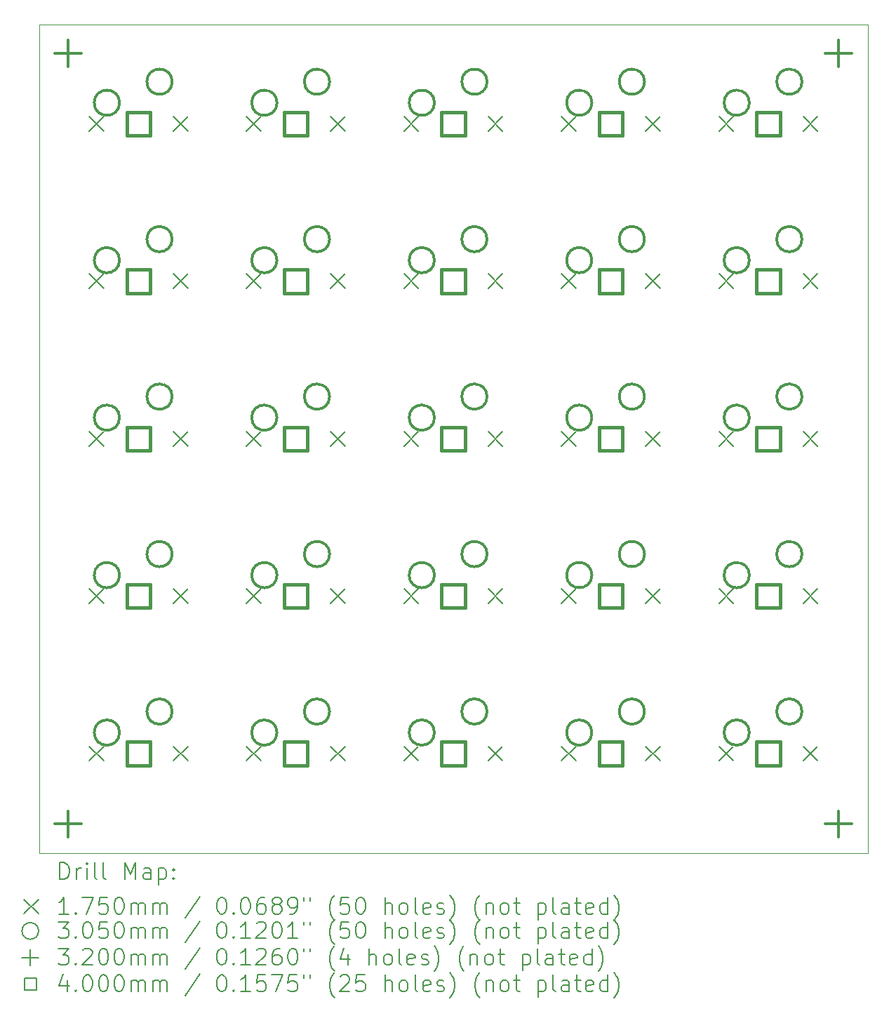
<source format=gbr>
%FSLAX45Y45*%
G04 Gerber Fmt 4.5, Leading zero omitted, Abs format (unit mm)*
G04 Created by KiCad (PCBNEW (6.0.5)) date 2022-06-26 21:28:01*
%MOMM*%
%LPD*%
G01*
G04 APERTURE LIST*
%TA.AperFunction,Profile*%
%ADD10C,0.100000*%
%TD*%
%ADD11C,0.200000*%
%ADD12C,0.175000*%
%ADD13C,0.305000*%
%ADD14C,0.320000*%
%ADD15C,0.400000*%
G04 APERTURE END LIST*
D10*
X3600000Y-3800000D02*
X13600000Y-3800000D01*
X3600000Y-13800000D02*
X3600000Y-3800000D01*
X13600000Y-13800000D02*
X3600000Y-13800000D01*
X13600000Y-3800000D02*
X13600000Y-13800000D01*
D11*
D12*
X4204500Y-4912500D02*
X4379500Y-5087500D01*
X4379500Y-4912500D02*
X4204500Y-5087500D01*
X4204500Y-6812500D02*
X4379500Y-6987500D01*
X4379500Y-6812500D02*
X4204500Y-6987500D01*
X4204500Y-8712500D02*
X4379500Y-8887500D01*
X4379500Y-8712500D02*
X4204500Y-8887500D01*
X4204500Y-10612500D02*
X4379500Y-10787500D01*
X4379500Y-10612500D02*
X4204500Y-10787500D01*
X4204500Y-12512500D02*
X4379500Y-12687500D01*
X4379500Y-12512500D02*
X4204500Y-12687500D01*
X5220500Y-4912500D02*
X5395500Y-5087500D01*
X5395500Y-4912500D02*
X5220500Y-5087500D01*
X5220500Y-6812500D02*
X5395500Y-6987500D01*
X5395500Y-6812500D02*
X5220500Y-6987500D01*
X5220500Y-8712500D02*
X5395500Y-8887500D01*
X5395500Y-8712500D02*
X5220500Y-8887500D01*
X5220500Y-10612500D02*
X5395500Y-10787500D01*
X5395500Y-10612500D02*
X5220500Y-10787500D01*
X5220500Y-12512500D02*
X5395500Y-12687500D01*
X5395500Y-12512500D02*
X5220500Y-12687500D01*
X6104500Y-4912500D02*
X6279500Y-5087500D01*
X6279500Y-4912500D02*
X6104500Y-5087500D01*
X6104500Y-6812500D02*
X6279500Y-6987500D01*
X6279500Y-6812500D02*
X6104500Y-6987500D01*
X6104500Y-8712500D02*
X6279500Y-8887500D01*
X6279500Y-8712500D02*
X6104500Y-8887500D01*
X6104500Y-10612500D02*
X6279500Y-10787500D01*
X6279500Y-10612500D02*
X6104500Y-10787500D01*
X6104500Y-12512500D02*
X6279500Y-12687500D01*
X6279500Y-12512500D02*
X6104500Y-12687500D01*
X7120500Y-4912500D02*
X7295500Y-5087500D01*
X7295500Y-4912500D02*
X7120500Y-5087500D01*
X7120500Y-6812500D02*
X7295500Y-6987500D01*
X7295500Y-6812500D02*
X7120500Y-6987500D01*
X7120500Y-8712500D02*
X7295500Y-8887500D01*
X7295500Y-8712500D02*
X7120500Y-8887500D01*
X7120500Y-10612500D02*
X7295500Y-10787500D01*
X7295500Y-10612500D02*
X7120500Y-10787500D01*
X7120500Y-12512500D02*
X7295500Y-12687500D01*
X7295500Y-12512500D02*
X7120500Y-12687500D01*
X8004500Y-4912500D02*
X8179500Y-5087500D01*
X8179500Y-4912500D02*
X8004500Y-5087500D01*
X8004500Y-6812500D02*
X8179500Y-6987500D01*
X8179500Y-6812500D02*
X8004500Y-6987500D01*
X8004500Y-8712500D02*
X8179500Y-8887500D01*
X8179500Y-8712500D02*
X8004500Y-8887500D01*
X8004500Y-10612500D02*
X8179500Y-10787500D01*
X8179500Y-10612500D02*
X8004500Y-10787500D01*
X8004500Y-12512500D02*
X8179500Y-12687500D01*
X8179500Y-12512500D02*
X8004500Y-12687500D01*
X9020500Y-4912500D02*
X9195500Y-5087500D01*
X9195500Y-4912500D02*
X9020500Y-5087500D01*
X9020500Y-6812500D02*
X9195500Y-6987500D01*
X9195500Y-6812500D02*
X9020500Y-6987500D01*
X9020500Y-8712500D02*
X9195500Y-8887500D01*
X9195500Y-8712500D02*
X9020500Y-8887500D01*
X9020500Y-10612500D02*
X9195500Y-10787500D01*
X9195500Y-10612500D02*
X9020500Y-10787500D01*
X9020500Y-12512500D02*
X9195500Y-12687500D01*
X9195500Y-12512500D02*
X9020500Y-12687500D01*
X9904500Y-4912500D02*
X10079500Y-5087500D01*
X10079500Y-4912500D02*
X9904500Y-5087500D01*
X9904500Y-6812500D02*
X10079500Y-6987500D01*
X10079500Y-6812500D02*
X9904500Y-6987500D01*
X9904500Y-8712500D02*
X10079500Y-8887500D01*
X10079500Y-8712500D02*
X9904500Y-8887500D01*
X9904500Y-10612500D02*
X10079500Y-10787500D01*
X10079500Y-10612500D02*
X9904500Y-10787500D01*
X9904500Y-12512500D02*
X10079500Y-12687500D01*
X10079500Y-12512500D02*
X9904500Y-12687500D01*
X10920500Y-4912500D02*
X11095500Y-5087500D01*
X11095500Y-4912500D02*
X10920500Y-5087500D01*
X10920500Y-6812500D02*
X11095500Y-6987500D01*
X11095500Y-6812500D02*
X10920500Y-6987500D01*
X10920500Y-8712500D02*
X11095500Y-8887500D01*
X11095500Y-8712500D02*
X10920500Y-8887500D01*
X10920500Y-10612500D02*
X11095500Y-10787500D01*
X11095500Y-10612500D02*
X10920500Y-10787500D01*
X10920500Y-12512500D02*
X11095500Y-12687500D01*
X11095500Y-12512500D02*
X10920500Y-12687500D01*
X11804500Y-4912500D02*
X11979500Y-5087500D01*
X11979500Y-4912500D02*
X11804500Y-5087500D01*
X11804500Y-6812500D02*
X11979500Y-6987500D01*
X11979500Y-6812500D02*
X11804500Y-6987500D01*
X11804500Y-8712500D02*
X11979500Y-8887500D01*
X11979500Y-8712500D02*
X11804500Y-8887500D01*
X11804500Y-10612500D02*
X11979500Y-10787500D01*
X11979500Y-10612500D02*
X11804500Y-10787500D01*
X11804500Y-12512500D02*
X11979500Y-12687500D01*
X11979500Y-12512500D02*
X11804500Y-12687500D01*
X12820500Y-4912500D02*
X12995500Y-5087500D01*
X12995500Y-4912500D02*
X12820500Y-5087500D01*
X12820500Y-6812500D02*
X12995500Y-6987500D01*
X12995500Y-6812500D02*
X12820500Y-6987500D01*
X12820500Y-8712500D02*
X12995500Y-8887500D01*
X12995500Y-8712500D02*
X12820500Y-8887500D01*
X12820500Y-10612500D02*
X12995500Y-10787500D01*
X12995500Y-10612500D02*
X12820500Y-10787500D01*
X12820500Y-12512500D02*
X12995500Y-12687500D01*
X12995500Y-12512500D02*
X12820500Y-12687500D01*
D13*
X4571500Y-4746000D02*
G75*
G03*
X4571500Y-4746000I-152500J0D01*
G01*
X4571500Y-6646000D02*
G75*
G03*
X4571500Y-6646000I-152500J0D01*
G01*
X4571500Y-8546000D02*
G75*
G03*
X4571500Y-8546000I-152500J0D01*
G01*
X4571500Y-10446000D02*
G75*
G03*
X4571500Y-10446000I-152500J0D01*
G01*
X4571500Y-12346000D02*
G75*
G03*
X4571500Y-12346000I-152500J0D01*
G01*
X5206500Y-4492000D02*
G75*
G03*
X5206500Y-4492000I-152500J0D01*
G01*
X5206500Y-6392000D02*
G75*
G03*
X5206500Y-6392000I-152500J0D01*
G01*
X5206500Y-8292000D02*
G75*
G03*
X5206500Y-8292000I-152500J0D01*
G01*
X5206500Y-10192000D02*
G75*
G03*
X5206500Y-10192000I-152500J0D01*
G01*
X5206500Y-12092000D02*
G75*
G03*
X5206500Y-12092000I-152500J0D01*
G01*
X6471500Y-4746000D02*
G75*
G03*
X6471500Y-4746000I-152500J0D01*
G01*
X6471500Y-6646000D02*
G75*
G03*
X6471500Y-6646000I-152500J0D01*
G01*
X6471500Y-8546000D02*
G75*
G03*
X6471500Y-8546000I-152500J0D01*
G01*
X6471500Y-10446000D02*
G75*
G03*
X6471500Y-10446000I-152500J0D01*
G01*
X6471500Y-12346000D02*
G75*
G03*
X6471500Y-12346000I-152500J0D01*
G01*
X7106500Y-4492000D02*
G75*
G03*
X7106500Y-4492000I-152500J0D01*
G01*
X7106500Y-6392000D02*
G75*
G03*
X7106500Y-6392000I-152500J0D01*
G01*
X7106500Y-8292000D02*
G75*
G03*
X7106500Y-8292000I-152500J0D01*
G01*
X7106500Y-10192000D02*
G75*
G03*
X7106500Y-10192000I-152500J0D01*
G01*
X7106500Y-12092000D02*
G75*
G03*
X7106500Y-12092000I-152500J0D01*
G01*
X8371500Y-4746000D02*
G75*
G03*
X8371500Y-4746000I-152500J0D01*
G01*
X8371500Y-6646000D02*
G75*
G03*
X8371500Y-6646000I-152500J0D01*
G01*
X8371500Y-8546000D02*
G75*
G03*
X8371500Y-8546000I-152500J0D01*
G01*
X8371500Y-10446000D02*
G75*
G03*
X8371500Y-10446000I-152500J0D01*
G01*
X8371500Y-12346000D02*
G75*
G03*
X8371500Y-12346000I-152500J0D01*
G01*
X9006500Y-4492000D02*
G75*
G03*
X9006500Y-4492000I-152500J0D01*
G01*
X9006500Y-6392000D02*
G75*
G03*
X9006500Y-6392000I-152500J0D01*
G01*
X9006500Y-8292000D02*
G75*
G03*
X9006500Y-8292000I-152500J0D01*
G01*
X9006500Y-10192000D02*
G75*
G03*
X9006500Y-10192000I-152500J0D01*
G01*
X9006500Y-12092000D02*
G75*
G03*
X9006500Y-12092000I-152500J0D01*
G01*
X10271500Y-4746000D02*
G75*
G03*
X10271500Y-4746000I-152500J0D01*
G01*
X10271500Y-6646000D02*
G75*
G03*
X10271500Y-6646000I-152500J0D01*
G01*
X10271500Y-8546000D02*
G75*
G03*
X10271500Y-8546000I-152500J0D01*
G01*
X10271500Y-10446000D02*
G75*
G03*
X10271500Y-10446000I-152500J0D01*
G01*
X10271500Y-12346000D02*
G75*
G03*
X10271500Y-12346000I-152500J0D01*
G01*
X10906500Y-4492000D02*
G75*
G03*
X10906500Y-4492000I-152500J0D01*
G01*
X10906500Y-6392000D02*
G75*
G03*
X10906500Y-6392000I-152500J0D01*
G01*
X10906500Y-8292000D02*
G75*
G03*
X10906500Y-8292000I-152500J0D01*
G01*
X10906500Y-10192000D02*
G75*
G03*
X10906500Y-10192000I-152500J0D01*
G01*
X10906500Y-12092000D02*
G75*
G03*
X10906500Y-12092000I-152500J0D01*
G01*
X12171500Y-4746000D02*
G75*
G03*
X12171500Y-4746000I-152500J0D01*
G01*
X12171500Y-6646000D02*
G75*
G03*
X12171500Y-6646000I-152500J0D01*
G01*
X12171500Y-8546000D02*
G75*
G03*
X12171500Y-8546000I-152500J0D01*
G01*
X12171500Y-10446000D02*
G75*
G03*
X12171500Y-10446000I-152500J0D01*
G01*
X12171500Y-12346000D02*
G75*
G03*
X12171500Y-12346000I-152500J0D01*
G01*
X12806500Y-4492000D02*
G75*
G03*
X12806500Y-4492000I-152500J0D01*
G01*
X12806500Y-6392000D02*
G75*
G03*
X12806500Y-6392000I-152500J0D01*
G01*
X12806500Y-8292000D02*
G75*
G03*
X12806500Y-8292000I-152500J0D01*
G01*
X12806500Y-10192000D02*
G75*
G03*
X12806500Y-10192000I-152500J0D01*
G01*
X12806500Y-12092000D02*
G75*
G03*
X12806500Y-12092000I-152500J0D01*
G01*
D14*
X3950000Y-3990000D02*
X3950000Y-4310000D01*
X3790000Y-4150000D02*
X4110000Y-4150000D01*
X3950000Y-13290000D02*
X3950000Y-13610000D01*
X3790000Y-13450000D02*
X4110000Y-13450000D01*
X13250000Y-3990000D02*
X13250000Y-4310000D01*
X13090000Y-4150000D02*
X13410000Y-4150000D01*
X13250000Y-13290000D02*
X13250000Y-13610000D01*
X13090000Y-13450000D02*
X13410000Y-13450000D01*
D15*
X4941423Y-5141423D02*
X4941423Y-4858577D01*
X4658577Y-4858577D01*
X4658577Y-5141423D01*
X4941423Y-5141423D01*
X4941423Y-7041423D02*
X4941423Y-6758577D01*
X4658577Y-6758577D01*
X4658577Y-7041423D01*
X4941423Y-7041423D01*
X4941423Y-8941423D02*
X4941423Y-8658577D01*
X4658577Y-8658577D01*
X4658577Y-8941423D01*
X4941423Y-8941423D01*
X4941423Y-10841423D02*
X4941423Y-10558577D01*
X4658577Y-10558577D01*
X4658577Y-10841423D01*
X4941423Y-10841423D01*
X4941423Y-12741423D02*
X4941423Y-12458577D01*
X4658577Y-12458577D01*
X4658577Y-12741423D01*
X4941423Y-12741423D01*
X6841423Y-5141423D02*
X6841423Y-4858577D01*
X6558577Y-4858577D01*
X6558577Y-5141423D01*
X6841423Y-5141423D01*
X6841423Y-7041423D02*
X6841423Y-6758577D01*
X6558577Y-6758577D01*
X6558577Y-7041423D01*
X6841423Y-7041423D01*
X6841423Y-8941423D02*
X6841423Y-8658577D01*
X6558577Y-8658577D01*
X6558577Y-8941423D01*
X6841423Y-8941423D01*
X6841423Y-10841423D02*
X6841423Y-10558577D01*
X6558577Y-10558577D01*
X6558577Y-10841423D01*
X6841423Y-10841423D01*
X6841423Y-12741423D02*
X6841423Y-12458577D01*
X6558577Y-12458577D01*
X6558577Y-12741423D01*
X6841423Y-12741423D01*
X8741423Y-5141423D02*
X8741423Y-4858577D01*
X8458577Y-4858577D01*
X8458577Y-5141423D01*
X8741423Y-5141423D01*
X8741423Y-7041423D02*
X8741423Y-6758577D01*
X8458577Y-6758577D01*
X8458577Y-7041423D01*
X8741423Y-7041423D01*
X8741423Y-8941423D02*
X8741423Y-8658577D01*
X8458577Y-8658577D01*
X8458577Y-8941423D01*
X8741423Y-8941423D01*
X8741423Y-10841423D02*
X8741423Y-10558577D01*
X8458577Y-10558577D01*
X8458577Y-10841423D01*
X8741423Y-10841423D01*
X8741423Y-12741423D02*
X8741423Y-12458577D01*
X8458577Y-12458577D01*
X8458577Y-12741423D01*
X8741423Y-12741423D01*
X10641423Y-5141423D02*
X10641423Y-4858577D01*
X10358577Y-4858577D01*
X10358577Y-5141423D01*
X10641423Y-5141423D01*
X10641423Y-7041423D02*
X10641423Y-6758577D01*
X10358577Y-6758577D01*
X10358577Y-7041423D01*
X10641423Y-7041423D01*
X10641423Y-8941423D02*
X10641423Y-8658577D01*
X10358577Y-8658577D01*
X10358577Y-8941423D01*
X10641423Y-8941423D01*
X10641423Y-10841423D02*
X10641423Y-10558577D01*
X10358577Y-10558577D01*
X10358577Y-10841423D01*
X10641423Y-10841423D01*
X10641423Y-12741423D02*
X10641423Y-12458577D01*
X10358577Y-12458577D01*
X10358577Y-12741423D01*
X10641423Y-12741423D01*
X12541423Y-5141423D02*
X12541423Y-4858577D01*
X12258577Y-4858577D01*
X12258577Y-5141423D01*
X12541423Y-5141423D01*
X12541423Y-7041423D02*
X12541423Y-6758577D01*
X12258577Y-6758577D01*
X12258577Y-7041423D01*
X12541423Y-7041423D01*
X12541423Y-8941423D02*
X12541423Y-8658577D01*
X12258577Y-8658577D01*
X12258577Y-8941423D01*
X12541423Y-8941423D01*
X12541423Y-10841423D02*
X12541423Y-10558577D01*
X12258577Y-10558577D01*
X12258577Y-10841423D01*
X12541423Y-10841423D01*
X12541423Y-12741423D02*
X12541423Y-12458577D01*
X12258577Y-12458577D01*
X12258577Y-12741423D01*
X12541423Y-12741423D01*
D11*
X3852619Y-14115476D02*
X3852619Y-13915476D01*
X3900238Y-13915476D01*
X3928809Y-13925000D01*
X3947857Y-13944048D01*
X3957381Y-13963095D01*
X3966905Y-14001190D01*
X3966905Y-14029762D01*
X3957381Y-14067857D01*
X3947857Y-14086905D01*
X3928809Y-14105952D01*
X3900238Y-14115476D01*
X3852619Y-14115476D01*
X4052619Y-14115476D02*
X4052619Y-13982143D01*
X4052619Y-14020238D02*
X4062143Y-14001190D01*
X4071667Y-13991667D01*
X4090714Y-13982143D01*
X4109762Y-13982143D01*
X4176428Y-14115476D02*
X4176428Y-13982143D01*
X4176428Y-13915476D02*
X4166905Y-13925000D01*
X4176428Y-13934524D01*
X4185952Y-13925000D01*
X4176428Y-13915476D01*
X4176428Y-13934524D01*
X4300238Y-14115476D02*
X4281190Y-14105952D01*
X4271667Y-14086905D01*
X4271667Y-13915476D01*
X4405000Y-14115476D02*
X4385952Y-14105952D01*
X4376429Y-14086905D01*
X4376429Y-13915476D01*
X4633571Y-14115476D02*
X4633571Y-13915476D01*
X4700238Y-14058333D01*
X4766905Y-13915476D01*
X4766905Y-14115476D01*
X4947857Y-14115476D02*
X4947857Y-14010714D01*
X4938333Y-13991667D01*
X4919286Y-13982143D01*
X4881190Y-13982143D01*
X4862143Y-13991667D01*
X4947857Y-14105952D02*
X4928810Y-14115476D01*
X4881190Y-14115476D01*
X4862143Y-14105952D01*
X4852619Y-14086905D01*
X4852619Y-14067857D01*
X4862143Y-14048809D01*
X4881190Y-14039286D01*
X4928810Y-14039286D01*
X4947857Y-14029762D01*
X5043095Y-13982143D02*
X5043095Y-14182143D01*
X5043095Y-13991667D02*
X5062143Y-13982143D01*
X5100238Y-13982143D01*
X5119286Y-13991667D01*
X5128810Y-14001190D01*
X5138333Y-14020238D01*
X5138333Y-14077381D01*
X5128810Y-14096428D01*
X5119286Y-14105952D01*
X5100238Y-14115476D01*
X5062143Y-14115476D01*
X5043095Y-14105952D01*
X5224048Y-14096428D02*
X5233571Y-14105952D01*
X5224048Y-14115476D01*
X5214524Y-14105952D01*
X5224048Y-14096428D01*
X5224048Y-14115476D01*
X5224048Y-13991667D02*
X5233571Y-14001190D01*
X5224048Y-14010714D01*
X5214524Y-14001190D01*
X5224048Y-13991667D01*
X5224048Y-14010714D01*
D12*
X3420000Y-14357500D02*
X3595000Y-14532500D01*
X3595000Y-14357500D02*
X3420000Y-14532500D01*
D11*
X3957381Y-14535476D02*
X3843095Y-14535476D01*
X3900238Y-14535476D02*
X3900238Y-14335476D01*
X3881190Y-14364048D01*
X3862143Y-14383095D01*
X3843095Y-14392619D01*
X4043095Y-14516428D02*
X4052619Y-14525952D01*
X4043095Y-14535476D01*
X4033571Y-14525952D01*
X4043095Y-14516428D01*
X4043095Y-14535476D01*
X4119286Y-14335476D02*
X4252619Y-14335476D01*
X4166905Y-14535476D01*
X4424048Y-14335476D02*
X4328810Y-14335476D01*
X4319286Y-14430714D01*
X4328810Y-14421190D01*
X4347857Y-14411667D01*
X4395476Y-14411667D01*
X4414524Y-14421190D01*
X4424048Y-14430714D01*
X4433571Y-14449762D01*
X4433571Y-14497381D01*
X4424048Y-14516428D01*
X4414524Y-14525952D01*
X4395476Y-14535476D01*
X4347857Y-14535476D01*
X4328810Y-14525952D01*
X4319286Y-14516428D01*
X4557381Y-14335476D02*
X4576429Y-14335476D01*
X4595476Y-14345000D01*
X4605000Y-14354524D01*
X4614524Y-14373571D01*
X4624048Y-14411667D01*
X4624048Y-14459286D01*
X4614524Y-14497381D01*
X4605000Y-14516428D01*
X4595476Y-14525952D01*
X4576429Y-14535476D01*
X4557381Y-14535476D01*
X4538333Y-14525952D01*
X4528810Y-14516428D01*
X4519286Y-14497381D01*
X4509762Y-14459286D01*
X4509762Y-14411667D01*
X4519286Y-14373571D01*
X4528810Y-14354524D01*
X4538333Y-14345000D01*
X4557381Y-14335476D01*
X4709762Y-14535476D02*
X4709762Y-14402143D01*
X4709762Y-14421190D02*
X4719286Y-14411667D01*
X4738333Y-14402143D01*
X4766905Y-14402143D01*
X4785952Y-14411667D01*
X4795476Y-14430714D01*
X4795476Y-14535476D01*
X4795476Y-14430714D02*
X4805000Y-14411667D01*
X4824048Y-14402143D01*
X4852619Y-14402143D01*
X4871667Y-14411667D01*
X4881190Y-14430714D01*
X4881190Y-14535476D01*
X4976429Y-14535476D02*
X4976429Y-14402143D01*
X4976429Y-14421190D02*
X4985952Y-14411667D01*
X5005000Y-14402143D01*
X5033571Y-14402143D01*
X5052619Y-14411667D01*
X5062143Y-14430714D01*
X5062143Y-14535476D01*
X5062143Y-14430714D02*
X5071667Y-14411667D01*
X5090714Y-14402143D01*
X5119286Y-14402143D01*
X5138333Y-14411667D01*
X5147857Y-14430714D01*
X5147857Y-14535476D01*
X5538333Y-14325952D02*
X5366905Y-14583095D01*
X5795476Y-14335476D02*
X5814524Y-14335476D01*
X5833571Y-14345000D01*
X5843095Y-14354524D01*
X5852619Y-14373571D01*
X5862143Y-14411667D01*
X5862143Y-14459286D01*
X5852619Y-14497381D01*
X5843095Y-14516428D01*
X5833571Y-14525952D01*
X5814524Y-14535476D01*
X5795476Y-14535476D01*
X5776428Y-14525952D01*
X5766905Y-14516428D01*
X5757381Y-14497381D01*
X5747857Y-14459286D01*
X5747857Y-14411667D01*
X5757381Y-14373571D01*
X5766905Y-14354524D01*
X5776428Y-14345000D01*
X5795476Y-14335476D01*
X5947857Y-14516428D02*
X5957381Y-14525952D01*
X5947857Y-14535476D01*
X5938333Y-14525952D01*
X5947857Y-14516428D01*
X5947857Y-14535476D01*
X6081190Y-14335476D02*
X6100238Y-14335476D01*
X6119286Y-14345000D01*
X6128809Y-14354524D01*
X6138333Y-14373571D01*
X6147857Y-14411667D01*
X6147857Y-14459286D01*
X6138333Y-14497381D01*
X6128809Y-14516428D01*
X6119286Y-14525952D01*
X6100238Y-14535476D01*
X6081190Y-14535476D01*
X6062143Y-14525952D01*
X6052619Y-14516428D01*
X6043095Y-14497381D01*
X6033571Y-14459286D01*
X6033571Y-14411667D01*
X6043095Y-14373571D01*
X6052619Y-14354524D01*
X6062143Y-14345000D01*
X6081190Y-14335476D01*
X6319286Y-14335476D02*
X6281190Y-14335476D01*
X6262143Y-14345000D01*
X6252619Y-14354524D01*
X6233571Y-14383095D01*
X6224048Y-14421190D01*
X6224048Y-14497381D01*
X6233571Y-14516428D01*
X6243095Y-14525952D01*
X6262143Y-14535476D01*
X6300238Y-14535476D01*
X6319286Y-14525952D01*
X6328809Y-14516428D01*
X6338333Y-14497381D01*
X6338333Y-14449762D01*
X6328809Y-14430714D01*
X6319286Y-14421190D01*
X6300238Y-14411667D01*
X6262143Y-14411667D01*
X6243095Y-14421190D01*
X6233571Y-14430714D01*
X6224048Y-14449762D01*
X6452619Y-14421190D02*
X6433571Y-14411667D01*
X6424048Y-14402143D01*
X6414524Y-14383095D01*
X6414524Y-14373571D01*
X6424048Y-14354524D01*
X6433571Y-14345000D01*
X6452619Y-14335476D01*
X6490714Y-14335476D01*
X6509762Y-14345000D01*
X6519286Y-14354524D01*
X6528809Y-14373571D01*
X6528809Y-14383095D01*
X6519286Y-14402143D01*
X6509762Y-14411667D01*
X6490714Y-14421190D01*
X6452619Y-14421190D01*
X6433571Y-14430714D01*
X6424048Y-14440238D01*
X6414524Y-14459286D01*
X6414524Y-14497381D01*
X6424048Y-14516428D01*
X6433571Y-14525952D01*
X6452619Y-14535476D01*
X6490714Y-14535476D01*
X6509762Y-14525952D01*
X6519286Y-14516428D01*
X6528809Y-14497381D01*
X6528809Y-14459286D01*
X6519286Y-14440238D01*
X6509762Y-14430714D01*
X6490714Y-14421190D01*
X6624048Y-14535476D02*
X6662143Y-14535476D01*
X6681190Y-14525952D01*
X6690714Y-14516428D01*
X6709762Y-14487857D01*
X6719286Y-14449762D01*
X6719286Y-14373571D01*
X6709762Y-14354524D01*
X6700238Y-14345000D01*
X6681190Y-14335476D01*
X6643095Y-14335476D01*
X6624048Y-14345000D01*
X6614524Y-14354524D01*
X6605000Y-14373571D01*
X6605000Y-14421190D01*
X6614524Y-14440238D01*
X6624048Y-14449762D01*
X6643095Y-14459286D01*
X6681190Y-14459286D01*
X6700238Y-14449762D01*
X6709762Y-14440238D01*
X6719286Y-14421190D01*
X6795476Y-14335476D02*
X6795476Y-14373571D01*
X6871667Y-14335476D02*
X6871667Y-14373571D01*
X7166905Y-14611667D02*
X7157381Y-14602143D01*
X7138333Y-14573571D01*
X7128809Y-14554524D01*
X7119286Y-14525952D01*
X7109762Y-14478333D01*
X7109762Y-14440238D01*
X7119286Y-14392619D01*
X7128809Y-14364048D01*
X7138333Y-14345000D01*
X7157381Y-14316428D01*
X7166905Y-14306905D01*
X7338333Y-14335476D02*
X7243095Y-14335476D01*
X7233571Y-14430714D01*
X7243095Y-14421190D01*
X7262143Y-14411667D01*
X7309762Y-14411667D01*
X7328809Y-14421190D01*
X7338333Y-14430714D01*
X7347857Y-14449762D01*
X7347857Y-14497381D01*
X7338333Y-14516428D01*
X7328809Y-14525952D01*
X7309762Y-14535476D01*
X7262143Y-14535476D01*
X7243095Y-14525952D01*
X7233571Y-14516428D01*
X7471667Y-14335476D02*
X7490714Y-14335476D01*
X7509762Y-14345000D01*
X7519286Y-14354524D01*
X7528809Y-14373571D01*
X7538333Y-14411667D01*
X7538333Y-14459286D01*
X7528809Y-14497381D01*
X7519286Y-14516428D01*
X7509762Y-14525952D01*
X7490714Y-14535476D01*
X7471667Y-14535476D01*
X7452619Y-14525952D01*
X7443095Y-14516428D01*
X7433571Y-14497381D01*
X7424048Y-14459286D01*
X7424048Y-14411667D01*
X7433571Y-14373571D01*
X7443095Y-14354524D01*
X7452619Y-14345000D01*
X7471667Y-14335476D01*
X7776428Y-14535476D02*
X7776428Y-14335476D01*
X7862143Y-14535476D02*
X7862143Y-14430714D01*
X7852619Y-14411667D01*
X7833571Y-14402143D01*
X7805000Y-14402143D01*
X7785952Y-14411667D01*
X7776428Y-14421190D01*
X7985952Y-14535476D02*
X7966905Y-14525952D01*
X7957381Y-14516428D01*
X7947857Y-14497381D01*
X7947857Y-14440238D01*
X7957381Y-14421190D01*
X7966905Y-14411667D01*
X7985952Y-14402143D01*
X8014524Y-14402143D01*
X8033571Y-14411667D01*
X8043095Y-14421190D01*
X8052619Y-14440238D01*
X8052619Y-14497381D01*
X8043095Y-14516428D01*
X8033571Y-14525952D01*
X8014524Y-14535476D01*
X7985952Y-14535476D01*
X8166905Y-14535476D02*
X8147857Y-14525952D01*
X8138333Y-14506905D01*
X8138333Y-14335476D01*
X8319286Y-14525952D02*
X8300238Y-14535476D01*
X8262143Y-14535476D01*
X8243095Y-14525952D01*
X8233571Y-14506905D01*
X8233571Y-14430714D01*
X8243095Y-14411667D01*
X8262143Y-14402143D01*
X8300238Y-14402143D01*
X8319286Y-14411667D01*
X8328809Y-14430714D01*
X8328809Y-14449762D01*
X8233571Y-14468809D01*
X8405000Y-14525952D02*
X8424048Y-14535476D01*
X8462143Y-14535476D01*
X8481190Y-14525952D01*
X8490714Y-14506905D01*
X8490714Y-14497381D01*
X8481190Y-14478333D01*
X8462143Y-14468809D01*
X8433571Y-14468809D01*
X8414524Y-14459286D01*
X8405000Y-14440238D01*
X8405000Y-14430714D01*
X8414524Y-14411667D01*
X8433571Y-14402143D01*
X8462143Y-14402143D01*
X8481190Y-14411667D01*
X8557381Y-14611667D02*
X8566905Y-14602143D01*
X8585952Y-14573571D01*
X8595476Y-14554524D01*
X8605000Y-14525952D01*
X8614524Y-14478333D01*
X8614524Y-14440238D01*
X8605000Y-14392619D01*
X8595476Y-14364048D01*
X8585952Y-14345000D01*
X8566905Y-14316428D01*
X8557381Y-14306905D01*
X8919286Y-14611667D02*
X8909762Y-14602143D01*
X8890714Y-14573571D01*
X8881190Y-14554524D01*
X8871667Y-14525952D01*
X8862143Y-14478333D01*
X8862143Y-14440238D01*
X8871667Y-14392619D01*
X8881190Y-14364048D01*
X8890714Y-14345000D01*
X8909762Y-14316428D01*
X8919286Y-14306905D01*
X8995476Y-14402143D02*
X8995476Y-14535476D01*
X8995476Y-14421190D02*
X9005000Y-14411667D01*
X9024048Y-14402143D01*
X9052619Y-14402143D01*
X9071667Y-14411667D01*
X9081190Y-14430714D01*
X9081190Y-14535476D01*
X9205000Y-14535476D02*
X9185952Y-14525952D01*
X9176429Y-14516428D01*
X9166905Y-14497381D01*
X9166905Y-14440238D01*
X9176429Y-14421190D01*
X9185952Y-14411667D01*
X9205000Y-14402143D01*
X9233571Y-14402143D01*
X9252619Y-14411667D01*
X9262143Y-14421190D01*
X9271667Y-14440238D01*
X9271667Y-14497381D01*
X9262143Y-14516428D01*
X9252619Y-14525952D01*
X9233571Y-14535476D01*
X9205000Y-14535476D01*
X9328810Y-14402143D02*
X9405000Y-14402143D01*
X9357381Y-14335476D02*
X9357381Y-14506905D01*
X9366905Y-14525952D01*
X9385952Y-14535476D01*
X9405000Y-14535476D01*
X9624048Y-14402143D02*
X9624048Y-14602143D01*
X9624048Y-14411667D02*
X9643095Y-14402143D01*
X9681190Y-14402143D01*
X9700238Y-14411667D01*
X9709762Y-14421190D01*
X9719286Y-14440238D01*
X9719286Y-14497381D01*
X9709762Y-14516428D01*
X9700238Y-14525952D01*
X9681190Y-14535476D01*
X9643095Y-14535476D01*
X9624048Y-14525952D01*
X9833571Y-14535476D02*
X9814524Y-14525952D01*
X9805000Y-14506905D01*
X9805000Y-14335476D01*
X9995476Y-14535476D02*
X9995476Y-14430714D01*
X9985952Y-14411667D01*
X9966905Y-14402143D01*
X9928810Y-14402143D01*
X9909762Y-14411667D01*
X9995476Y-14525952D02*
X9976429Y-14535476D01*
X9928810Y-14535476D01*
X9909762Y-14525952D01*
X9900238Y-14506905D01*
X9900238Y-14487857D01*
X9909762Y-14468809D01*
X9928810Y-14459286D01*
X9976429Y-14459286D01*
X9995476Y-14449762D01*
X10062143Y-14402143D02*
X10138333Y-14402143D01*
X10090714Y-14335476D02*
X10090714Y-14506905D01*
X10100238Y-14525952D01*
X10119286Y-14535476D01*
X10138333Y-14535476D01*
X10281190Y-14525952D02*
X10262143Y-14535476D01*
X10224048Y-14535476D01*
X10205000Y-14525952D01*
X10195476Y-14506905D01*
X10195476Y-14430714D01*
X10205000Y-14411667D01*
X10224048Y-14402143D01*
X10262143Y-14402143D01*
X10281190Y-14411667D01*
X10290714Y-14430714D01*
X10290714Y-14449762D01*
X10195476Y-14468809D01*
X10462143Y-14535476D02*
X10462143Y-14335476D01*
X10462143Y-14525952D02*
X10443095Y-14535476D01*
X10405000Y-14535476D01*
X10385952Y-14525952D01*
X10376429Y-14516428D01*
X10366905Y-14497381D01*
X10366905Y-14440238D01*
X10376429Y-14421190D01*
X10385952Y-14411667D01*
X10405000Y-14402143D01*
X10443095Y-14402143D01*
X10462143Y-14411667D01*
X10538333Y-14611667D02*
X10547857Y-14602143D01*
X10566905Y-14573571D01*
X10576429Y-14554524D01*
X10585952Y-14525952D01*
X10595476Y-14478333D01*
X10595476Y-14440238D01*
X10585952Y-14392619D01*
X10576429Y-14364048D01*
X10566905Y-14345000D01*
X10547857Y-14316428D01*
X10538333Y-14306905D01*
X3595000Y-14740000D02*
G75*
G03*
X3595000Y-14740000I-100000J0D01*
G01*
X3833571Y-14630476D02*
X3957381Y-14630476D01*
X3890714Y-14706667D01*
X3919286Y-14706667D01*
X3938333Y-14716190D01*
X3947857Y-14725714D01*
X3957381Y-14744762D01*
X3957381Y-14792381D01*
X3947857Y-14811428D01*
X3938333Y-14820952D01*
X3919286Y-14830476D01*
X3862143Y-14830476D01*
X3843095Y-14820952D01*
X3833571Y-14811428D01*
X4043095Y-14811428D02*
X4052619Y-14820952D01*
X4043095Y-14830476D01*
X4033571Y-14820952D01*
X4043095Y-14811428D01*
X4043095Y-14830476D01*
X4176428Y-14630476D02*
X4195476Y-14630476D01*
X4214524Y-14640000D01*
X4224048Y-14649524D01*
X4233571Y-14668571D01*
X4243095Y-14706667D01*
X4243095Y-14754286D01*
X4233571Y-14792381D01*
X4224048Y-14811428D01*
X4214524Y-14820952D01*
X4195476Y-14830476D01*
X4176428Y-14830476D01*
X4157381Y-14820952D01*
X4147857Y-14811428D01*
X4138333Y-14792381D01*
X4128809Y-14754286D01*
X4128809Y-14706667D01*
X4138333Y-14668571D01*
X4147857Y-14649524D01*
X4157381Y-14640000D01*
X4176428Y-14630476D01*
X4424048Y-14630476D02*
X4328810Y-14630476D01*
X4319286Y-14725714D01*
X4328810Y-14716190D01*
X4347857Y-14706667D01*
X4395476Y-14706667D01*
X4414524Y-14716190D01*
X4424048Y-14725714D01*
X4433571Y-14744762D01*
X4433571Y-14792381D01*
X4424048Y-14811428D01*
X4414524Y-14820952D01*
X4395476Y-14830476D01*
X4347857Y-14830476D01*
X4328810Y-14820952D01*
X4319286Y-14811428D01*
X4557381Y-14630476D02*
X4576429Y-14630476D01*
X4595476Y-14640000D01*
X4605000Y-14649524D01*
X4614524Y-14668571D01*
X4624048Y-14706667D01*
X4624048Y-14754286D01*
X4614524Y-14792381D01*
X4605000Y-14811428D01*
X4595476Y-14820952D01*
X4576429Y-14830476D01*
X4557381Y-14830476D01*
X4538333Y-14820952D01*
X4528810Y-14811428D01*
X4519286Y-14792381D01*
X4509762Y-14754286D01*
X4509762Y-14706667D01*
X4519286Y-14668571D01*
X4528810Y-14649524D01*
X4538333Y-14640000D01*
X4557381Y-14630476D01*
X4709762Y-14830476D02*
X4709762Y-14697143D01*
X4709762Y-14716190D02*
X4719286Y-14706667D01*
X4738333Y-14697143D01*
X4766905Y-14697143D01*
X4785952Y-14706667D01*
X4795476Y-14725714D01*
X4795476Y-14830476D01*
X4795476Y-14725714D02*
X4805000Y-14706667D01*
X4824048Y-14697143D01*
X4852619Y-14697143D01*
X4871667Y-14706667D01*
X4881190Y-14725714D01*
X4881190Y-14830476D01*
X4976429Y-14830476D02*
X4976429Y-14697143D01*
X4976429Y-14716190D02*
X4985952Y-14706667D01*
X5005000Y-14697143D01*
X5033571Y-14697143D01*
X5052619Y-14706667D01*
X5062143Y-14725714D01*
X5062143Y-14830476D01*
X5062143Y-14725714D02*
X5071667Y-14706667D01*
X5090714Y-14697143D01*
X5119286Y-14697143D01*
X5138333Y-14706667D01*
X5147857Y-14725714D01*
X5147857Y-14830476D01*
X5538333Y-14620952D02*
X5366905Y-14878095D01*
X5795476Y-14630476D02*
X5814524Y-14630476D01*
X5833571Y-14640000D01*
X5843095Y-14649524D01*
X5852619Y-14668571D01*
X5862143Y-14706667D01*
X5862143Y-14754286D01*
X5852619Y-14792381D01*
X5843095Y-14811428D01*
X5833571Y-14820952D01*
X5814524Y-14830476D01*
X5795476Y-14830476D01*
X5776428Y-14820952D01*
X5766905Y-14811428D01*
X5757381Y-14792381D01*
X5747857Y-14754286D01*
X5747857Y-14706667D01*
X5757381Y-14668571D01*
X5766905Y-14649524D01*
X5776428Y-14640000D01*
X5795476Y-14630476D01*
X5947857Y-14811428D02*
X5957381Y-14820952D01*
X5947857Y-14830476D01*
X5938333Y-14820952D01*
X5947857Y-14811428D01*
X5947857Y-14830476D01*
X6147857Y-14830476D02*
X6033571Y-14830476D01*
X6090714Y-14830476D02*
X6090714Y-14630476D01*
X6071667Y-14659048D01*
X6052619Y-14678095D01*
X6033571Y-14687619D01*
X6224048Y-14649524D02*
X6233571Y-14640000D01*
X6252619Y-14630476D01*
X6300238Y-14630476D01*
X6319286Y-14640000D01*
X6328809Y-14649524D01*
X6338333Y-14668571D01*
X6338333Y-14687619D01*
X6328809Y-14716190D01*
X6214524Y-14830476D01*
X6338333Y-14830476D01*
X6462143Y-14630476D02*
X6481190Y-14630476D01*
X6500238Y-14640000D01*
X6509762Y-14649524D01*
X6519286Y-14668571D01*
X6528809Y-14706667D01*
X6528809Y-14754286D01*
X6519286Y-14792381D01*
X6509762Y-14811428D01*
X6500238Y-14820952D01*
X6481190Y-14830476D01*
X6462143Y-14830476D01*
X6443095Y-14820952D01*
X6433571Y-14811428D01*
X6424048Y-14792381D01*
X6414524Y-14754286D01*
X6414524Y-14706667D01*
X6424048Y-14668571D01*
X6433571Y-14649524D01*
X6443095Y-14640000D01*
X6462143Y-14630476D01*
X6719286Y-14830476D02*
X6605000Y-14830476D01*
X6662143Y-14830476D02*
X6662143Y-14630476D01*
X6643095Y-14659048D01*
X6624048Y-14678095D01*
X6605000Y-14687619D01*
X6795476Y-14630476D02*
X6795476Y-14668571D01*
X6871667Y-14630476D02*
X6871667Y-14668571D01*
X7166905Y-14906667D02*
X7157381Y-14897143D01*
X7138333Y-14868571D01*
X7128809Y-14849524D01*
X7119286Y-14820952D01*
X7109762Y-14773333D01*
X7109762Y-14735238D01*
X7119286Y-14687619D01*
X7128809Y-14659048D01*
X7138333Y-14640000D01*
X7157381Y-14611428D01*
X7166905Y-14601905D01*
X7338333Y-14630476D02*
X7243095Y-14630476D01*
X7233571Y-14725714D01*
X7243095Y-14716190D01*
X7262143Y-14706667D01*
X7309762Y-14706667D01*
X7328809Y-14716190D01*
X7338333Y-14725714D01*
X7347857Y-14744762D01*
X7347857Y-14792381D01*
X7338333Y-14811428D01*
X7328809Y-14820952D01*
X7309762Y-14830476D01*
X7262143Y-14830476D01*
X7243095Y-14820952D01*
X7233571Y-14811428D01*
X7471667Y-14630476D02*
X7490714Y-14630476D01*
X7509762Y-14640000D01*
X7519286Y-14649524D01*
X7528809Y-14668571D01*
X7538333Y-14706667D01*
X7538333Y-14754286D01*
X7528809Y-14792381D01*
X7519286Y-14811428D01*
X7509762Y-14820952D01*
X7490714Y-14830476D01*
X7471667Y-14830476D01*
X7452619Y-14820952D01*
X7443095Y-14811428D01*
X7433571Y-14792381D01*
X7424048Y-14754286D01*
X7424048Y-14706667D01*
X7433571Y-14668571D01*
X7443095Y-14649524D01*
X7452619Y-14640000D01*
X7471667Y-14630476D01*
X7776428Y-14830476D02*
X7776428Y-14630476D01*
X7862143Y-14830476D02*
X7862143Y-14725714D01*
X7852619Y-14706667D01*
X7833571Y-14697143D01*
X7805000Y-14697143D01*
X7785952Y-14706667D01*
X7776428Y-14716190D01*
X7985952Y-14830476D02*
X7966905Y-14820952D01*
X7957381Y-14811428D01*
X7947857Y-14792381D01*
X7947857Y-14735238D01*
X7957381Y-14716190D01*
X7966905Y-14706667D01*
X7985952Y-14697143D01*
X8014524Y-14697143D01*
X8033571Y-14706667D01*
X8043095Y-14716190D01*
X8052619Y-14735238D01*
X8052619Y-14792381D01*
X8043095Y-14811428D01*
X8033571Y-14820952D01*
X8014524Y-14830476D01*
X7985952Y-14830476D01*
X8166905Y-14830476D02*
X8147857Y-14820952D01*
X8138333Y-14801905D01*
X8138333Y-14630476D01*
X8319286Y-14820952D02*
X8300238Y-14830476D01*
X8262143Y-14830476D01*
X8243095Y-14820952D01*
X8233571Y-14801905D01*
X8233571Y-14725714D01*
X8243095Y-14706667D01*
X8262143Y-14697143D01*
X8300238Y-14697143D01*
X8319286Y-14706667D01*
X8328809Y-14725714D01*
X8328809Y-14744762D01*
X8233571Y-14763809D01*
X8405000Y-14820952D02*
X8424048Y-14830476D01*
X8462143Y-14830476D01*
X8481190Y-14820952D01*
X8490714Y-14801905D01*
X8490714Y-14792381D01*
X8481190Y-14773333D01*
X8462143Y-14763809D01*
X8433571Y-14763809D01*
X8414524Y-14754286D01*
X8405000Y-14735238D01*
X8405000Y-14725714D01*
X8414524Y-14706667D01*
X8433571Y-14697143D01*
X8462143Y-14697143D01*
X8481190Y-14706667D01*
X8557381Y-14906667D02*
X8566905Y-14897143D01*
X8585952Y-14868571D01*
X8595476Y-14849524D01*
X8605000Y-14820952D01*
X8614524Y-14773333D01*
X8614524Y-14735238D01*
X8605000Y-14687619D01*
X8595476Y-14659048D01*
X8585952Y-14640000D01*
X8566905Y-14611428D01*
X8557381Y-14601905D01*
X8919286Y-14906667D02*
X8909762Y-14897143D01*
X8890714Y-14868571D01*
X8881190Y-14849524D01*
X8871667Y-14820952D01*
X8862143Y-14773333D01*
X8862143Y-14735238D01*
X8871667Y-14687619D01*
X8881190Y-14659048D01*
X8890714Y-14640000D01*
X8909762Y-14611428D01*
X8919286Y-14601905D01*
X8995476Y-14697143D02*
X8995476Y-14830476D01*
X8995476Y-14716190D02*
X9005000Y-14706667D01*
X9024048Y-14697143D01*
X9052619Y-14697143D01*
X9071667Y-14706667D01*
X9081190Y-14725714D01*
X9081190Y-14830476D01*
X9205000Y-14830476D02*
X9185952Y-14820952D01*
X9176429Y-14811428D01*
X9166905Y-14792381D01*
X9166905Y-14735238D01*
X9176429Y-14716190D01*
X9185952Y-14706667D01*
X9205000Y-14697143D01*
X9233571Y-14697143D01*
X9252619Y-14706667D01*
X9262143Y-14716190D01*
X9271667Y-14735238D01*
X9271667Y-14792381D01*
X9262143Y-14811428D01*
X9252619Y-14820952D01*
X9233571Y-14830476D01*
X9205000Y-14830476D01*
X9328810Y-14697143D02*
X9405000Y-14697143D01*
X9357381Y-14630476D02*
X9357381Y-14801905D01*
X9366905Y-14820952D01*
X9385952Y-14830476D01*
X9405000Y-14830476D01*
X9624048Y-14697143D02*
X9624048Y-14897143D01*
X9624048Y-14706667D02*
X9643095Y-14697143D01*
X9681190Y-14697143D01*
X9700238Y-14706667D01*
X9709762Y-14716190D01*
X9719286Y-14735238D01*
X9719286Y-14792381D01*
X9709762Y-14811428D01*
X9700238Y-14820952D01*
X9681190Y-14830476D01*
X9643095Y-14830476D01*
X9624048Y-14820952D01*
X9833571Y-14830476D02*
X9814524Y-14820952D01*
X9805000Y-14801905D01*
X9805000Y-14630476D01*
X9995476Y-14830476D02*
X9995476Y-14725714D01*
X9985952Y-14706667D01*
X9966905Y-14697143D01*
X9928810Y-14697143D01*
X9909762Y-14706667D01*
X9995476Y-14820952D02*
X9976429Y-14830476D01*
X9928810Y-14830476D01*
X9909762Y-14820952D01*
X9900238Y-14801905D01*
X9900238Y-14782857D01*
X9909762Y-14763809D01*
X9928810Y-14754286D01*
X9976429Y-14754286D01*
X9995476Y-14744762D01*
X10062143Y-14697143D02*
X10138333Y-14697143D01*
X10090714Y-14630476D02*
X10090714Y-14801905D01*
X10100238Y-14820952D01*
X10119286Y-14830476D01*
X10138333Y-14830476D01*
X10281190Y-14820952D02*
X10262143Y-14830476D01*
X10224048Y-14830476D01*
X10205000Y-14820952D01*
X10195476Y-14801905D01*
X10195476Y-14725714D01*
X10205000Y-14706667D01*
X10224048Y-14697143D01*
X10262143Y-14697143D01*
X10281190Y-14706667D01*
X10290714Y-14725714D01*
X10290714Y-14744762D01*
X10195476Y-14763809D01*
X10462143Y-14830476D02*
X10462143Y-14630476D01*
X10462143Y-14820952D02*
X10443095Y-14830476D01*
X10405000Y-14830476D01*
X10385952Y-14820952D01*
X10376429Y-14811428D01*
X10366905Y-14792381D01*
X10366905Y-14735238D01*
X10376429Y-14716190D01*
X10385952Y-14706667D01*
X10405000Y-14697143D01*
X10443095Y-14697143D01*
X10462143Y-14706667D01*
X10538333Y-14906667D02*
X10547857Y-14897143D01*
X10566905Y-14868571D01*
X10576429Y-14849524D01*
X10585952Y-14820952D01*
X10595476Y-14773333D01*
X10595476Y-14735238D01*
X10585952Y-14687619D01*
X10576429Y-14659048D01*
X10566905Y-14640000D01*
X10547857Y-14611428D01*
X10538333Y-14601905D01*
X3495000Y-14960000D02*
X3495000Y-15160000D01*
X3395000Y-15060000D02*
X3595000Y-15060000D01*
X3833571Y-14950476D02*
X3957381Y-14950476D01*
X3890714Y-15026667D01*
X3919286Y-15026667D01*
X3938333Y-15036190D01*
X3947857Y-15045714D01*
X3957381Y-15064762D01*
X3957381Y-15112381D01*
X3947857Y-15131428D01*
X3938333Y-15140952D01*
X3919286Y-15150476D01*
X3862143Y-15150476D01*
X3843095Y-15140952D01*
X3833571Y-15131428D01*
X4043095Y-15131428D02*
X4052619Y-15140952D01*
X4043095Y-15150476D01*
X4033571Y-15140952D01*
X4043095Y-15131428D01*
X4043095Y-15150476D01*
X4128809Y-14969524D02*
X4138333Y-14960000D01*
X4157381Y-14950476D01*
X4205000Y-14950476D01*
X4224048Y-14960000D01*
X4233571Y-14969524D01*
X4243095Y-14988571D01*
X4243095Y-15007619D01*
X4233571Y-15036190D01*
X4119286Y-15150476D01*
X4243095Y-15150476D01*
X4366905Y-14950476D02*
X4385952Y-14950476D01*
X4405000Y-14960000D01*
X4414524Y-14969524D01*
X4424048Y-14988571D01*
X4433571Y-15026667D01*
X4433571Y-15074286D01*
X4424048Y-15112381D01*
X4414524Y-15131428D01*
X4405000Y-15140952D01*
X4385952Y-15150476D01*
X4366905Y-15150476D01*
X4347857Y-15140952D01*
X4338333Y-15131428D01*
X4328810Y-15112381D01*
X4319286Y-15074286D01*
X4319286Y-15026667D01*
X4328810Y-14988571D01*
X4338333Y-14969524D01*
X4347857Y-14960000D01*
X4366905Y-14950476D01*
X4557381Y-14950476D02*
X4576429Y-14950476D01*
X4595476Y-14960000D01*
X4605000Y-14969524D01*
X4614524Y-14988571D01*
X4624048Y-15026667D01*
X4624048Y-15074286D01*
X4614524Y-15112381D01*
X4605000Y-15131428D01*
X4595476Y-15140952D01*
X4576429Y-15150476D01*
X4557381Y-15150476D01*
X4538333Y-15140952D01*
X4528810Y-15131428D01*
X4519286Y-15112381D01*
X4509762Y-15074286D01*
X4509762Y-15026667D01*
X4519286Y-14988571D01*
X4528810Y-14969524D01*
X4538333Y-14960000D01*
X4557381Y-14950476D01*
X4709762Y-15150476D02*
X4709762Y-15017143D01*
X4709762Y-15036190D02*
X4719286Y-15026667D01*
X4738333Y-15017143D01*
X4766905Y-15017143D01*
X4785952Y-15026667D01*
X4795476Y-15045714D01*
X4795476Y-15150476D01*
X4795476Y-15045714D02*
X4805000Y-15026667D01*
X4824048Y-15017143D01*
X4852619Y-15017143D01*
X4871667Y-15026667D01*
X4881190Y-15045714D01*
X4881190Y-15150476D01*
X4976429Y-15150476D02*
X4976429Y-15017143D01*
X4976429Y-15036190D02*
X4985952Y-15026667D01*
X5005000Y-15017143D01*
X5033571Y-15017143D01*
X5052619Y-15026667D01*
X5062143Y-15045714D01*
X5062143Y-15150476D01*
X5062143Y-15045714D02*
X5071667Y-15026667D01*
X5090714Y-15017143D01*
X5119286Y-15017143D01*
X5138333Y-15026667D01*
X5147857Y-15045714D01*
X5147857Y-15150476D01*
X5538333Y-14940952D02*
X5366905Y-15198095D01*
X5795476Y-14950476D02*
X5814524Y-14950476D01*
X5833571Y-14960000D01*
X5843095Y-14969524D01*
X5852619Y-14988571D01*
X5862143Y-15026667D01*
X5862143Y-15074286D01*
X5852619Y-15112381D01*
X5843095Y-15131428D01*
X5833571Y-15140952D01*
X5814524Y-15150476D01*
X5795476Y-15150476D01*
X5776428Y-15140952D01*
X5766905Y-15131428D01*
X5757381Y-15112381D01*
X5747857Y-15074286D01*
X5747857Y-15026667D01*
X5757381Y-14988571D01*
X5766905Y-14969524D01*
X5776428Y-14960000D01*
X5795476Y-14950476D01*
X5947857Y-15131428D02*
X5957381Y-15140952D01*
X5947857Y-15150476D01*
X5938333Y-15140952D01*
X5947857Y-15131428D01*
X5947857Y-15150476D01*
X6147857Y-15150476D02*
X6033571Y-15150476D01*
X6090714Y-15150476D02*
X6090714Y-14950476D01*
X6071667Y-14979048D01*
X6052619Y-14998095D01*
X6033571Y-15007619D01*
X6224048Y-14969524D02*
X6233571Y-14960000D01*
X6252619Y-14950476D01*
X6300238Y-14950476D01*
X6319286Y-14960000D01*
X6328809Y-14969524D01*
X6338333Y-14988571D01*
X6338333Y-15007619D01*
X6328809Y-15036190D01*
X6214524Y-15150476D01*
X6338333Y-15150476D01*
X6509762Y-14950476D02*
X6471667Y-14950476D01*
X6452619Y-14960000D01*
X6443095Y-14969524D01*
X6424048Y-14998095D01*
X6414524Y-15036190D01*
X6414524Y-15112381D01*
X6424048Y-15131428D01*
X6433571Y-15140952D01*
X6452619Y-15150476D01*
X6490714Y-15150476D01*
X6509762Y-15140952D01*
X6519286Y-15131428D01*
X6528809Y-15112381D01*
X6528809Y-15064762D01*
X6519286Y-15045714D01*
X6509762Y-15036190D01*
X6490714Y-15026667D01*
X6452619Y-15026667D01*
X6433571Y-15036190D01*
X6424048Y-15045714D01*
X6414524Y-15064762D01*
X6652619Y-14950476D02*
X6671667Y-14950476D01*
X6690714Y-14960000D01*
X6700238Y-14969524D01*
X6709762Y-14988571D01*
X6719286Y-15026667D01*
X6719286Y-15074286D01*
X6709762Y-15112381D01*
X6700238Y-15131428D01*
X6690714Y-15140952D01*
X6671667Y-15150476D01*
X6652619Y-15150476D01*
X6633571Y-15140952D01*
X6624048Y-15131428D01*
X6614524Y-15112381D01*
X6605000Y-15074286D01*
X6605000Y-15026667D01*
X6614524Y-14988571D01*
X6624048Y-14969524D01*
X6633571Y-14960000D01*
X6652619Y-14950476D01*
X6795476Y-14950476D02*
X6795476Y-14988571D01*
X6871667Y-14950476D02*
X6871667Y-14988571D01*
X7166905Y-15226667D02*
X7157381Y-15217143D01*
X7138333Y-15188571D01*
X7128809Y-15169524D01*
X7119286Y-15140952D01*
X7109762Y-15093333D01*
X7109762Y-15055238D01*
X7119286Y-15007619D01*
X7128809Y-14979048D01*
X7138333Y-14960000D01*
X7157381Y-14931428D01*
X7166905Y-14921905D01*
X7328809Y-15017143D02*
X7328809Y-15150476D01*
X7281190Y-14940952D02*
X7233571Y-15083809D01*
X7357381Y-15083809D01*
X7585952Y-15150476D02*
X7585952Y-14950476D01*
X7671667Y-15150476D02*
X7671667Y-15045714D01*
X7662143Y-15026667D01*
X7643095Y-15017143D01*
X7614524Y-15017143D01*
X7595476Y-15026667D01*
X7585952Y-15036190D01*
X7795476Y-15150476D02*
X7776428Y-15140952D01*
X7766905Y-15131428D01*
X7757381Y-15112381D01*
X7757381Y-15055238D01*
X7766905Y-15036190D01*
X7776428Y-15026667D01*
X7795476Y-15017143D01*
X7824048Y-15017143D01*
X7843095Y-15026667D01*
X7852619Y-15036190D01*
X7862143Y-15055238D01*
X7862143Y-15112381D01*
X7852619Y-15131428D01*
X7843095Y-15140952D01*
X7824048Y-15150476D01*
X7795476Y-15150476D01*
X7976428Y-15150476D02*
X7957381Y-15140952D01*
X7947857Y-15121905D01*
X7947857Y-14950476D01*
X8128809Y-15140952D02*
X8109762Y-15150476D01*
X8071667Y-15150476D01*
X8052619Y-15140952D01*
X8043095Y-15121905D01*
X8043095Y-15045714D01*
X8052619Y-15026667D01*
X8071667Y-15017143D01*
X8109762Y-15017143D01*
X8128809Y-15026667D01*
X8138333Y-15045714D01*
X8138333Y-15064762D01*
X8043095Y-15083809D01*
X8214524Y-15140952D02*
X8233571Y-15150476D01*
X8271667Y-15150476D01*
X8290714Y-15140952D01*
X8300238Y-15121905D01*
X8300238Y-15112381D01*
X8290714Y-15093333D01*
X8271667Y-15083809D01*
X8243095Y-15083809D01*
X8224048Y-15074286D01*
X8214524Y-15055238D01*
X8214524Y-15045714D01*
X8224048Y-15026667D01*
X8243095Y-15017143D01*
X8271667Y-15017143D01*
X8290714Y-15026667D01*
X8366905Y-15226667D02*
X8376428Y-15217143D01*
X8395476Y-15188571D01*
X8405000Y-15169524D01*
X8414524Y-15140952D01*
X8424048Y-15093333D01*
X8424048Y-15055238D01*
X8414524Y-15007619D01*
X8405000Y-14979048D01*
X8395476Y-14960000D01*
X8376428Y-14931428D01*
X8366905Y-14921905D01*
X8728810Y-15226667D02*
X8719286Y-15217143D01*
X8700238Y-15188571D01*
X8690714Y-15169524D01*
X8681190Y-15140952D01*
X8671667Y-15093333D01*
X8671667Y-15055238D01*
X8681190Y-15007619D01*
X8690714Y-14979048D01*
X8700238Y-14960000D01*
X8719286Y-14931428D01*
X8728810Y-14921905D01*
X8805000Y-15017143D02*
X8805000Y-15150476D01*
X8805000Y-15036190D02*
X8814524Y-15026667D01*
X8833571Y-15017143D01*
X8862143Y-15017143D01*
X8881190Y-15026667D01*
X8890714Y-15045714D01*
X8890714Y-15150476D01*
X9014524Y-15150476D02*
X8995476Y-15140952D01*
X8985952Y-15131428D01*
X8976429Y-15112381D01*
X8976429Y-15055238D01*
X8985952Y-15036190D01*
X8995476Y-15026667D01*
X9014524Y-15017143D01*
X9043095Y-15017143D01*
X9062143Y-15026667D01*
X9071667Y-15036190D01*
X9081190Y-15055238D01*
X9081190Y-15112381D01*
X9071667Y-15131428D01*
X9062143Y-15140952D01*
X9043095Y-15150476D01*
X9014524Y-15150476D01*
X9138333Y-15017143D02*
X9214524Y-15017143D01*
X9166905Y-14950476D02*
X9166905Y-15121905D01*
X9176429Y-15140952D01*
X9195476Y-15150476D01*
X9214524Y-15150476D01*
X9433571Y-15017143D02*
X9433571Y-15217143D01*
X9433571Y-15026667D02*
X9452619Y-15017143D01*
X9490714Y-15017143D01*
X9509762Y-15026667D01*
X9519286Y-15036190D01*
X9528810Y-15055238D01*
X9528810Y-15112381D01*
X9519286Y-15131428D01*
X9509762Y-15140952D01*
X9490714Y-15150476D01*
X9452619Y-15150476D01*
X9433571Y-15140952D01*
X9643095Y-15150476D02*
X9624048Y-15140952D01*
X9614524Y-15121905D01*
X9614524Y-14950476D01*
X9805000Y-15150476D02*
X9805000Y-15045714D01*
X9795476Y-15026667D01*
X9776429Y-15017143D01*
X9738333Y-15017143D01*
X9719286Y-15026667D01*
X9805000Y-15140952D02*
X9785952Y-15150476D01*
X9738333Y-15150476D01*
X9719286Y-15140952D01*
X9709762Y-15121905D01*
X9709762Y-15102857D01*
X9719286Y-15083809D01*
X9738333Y-15074286D01*
X9785952Y-15074286D01*
X9805000Y-15064762D01*
X9871667Y-15017143D02*
X9947857Y-15017143D01*
X9900238Y-14950476D02*
X9900238Y-15121905D01*
X9909762Y-15140952D01*
X9928810Y-15150476D01*
X9947857Y-15150476D01*
X10090714Y-15140952D02*
X10071667Y-15150476D01*
X10033571Y-15150476D01*
X10014524Y-15140952D01*
X10005000Y-15121905D01*
X10005000Y-15045714D01*
X10014524Y-15026667D01*
X10033571Y-15017143D01*
X10071667Y-15017143D01*
X10090714Y-15026667D01*
X10100238Y-15045714D01*
X10100238Y-15064762D01*
X10005000Y-15083809D01*
X10271667Y-15150476D02*
X10271667Y-14950476D01*
X10271667Y-15140952D02*
X10252619Y-15150476D01*
X10214524Y-15150476D01*
X10195476Y-15140952D01*
X10185952Y-15131428D01*
X10176429Y-15112381D01*
X10176429Y-15055238D01*
X10185952Y-15036190D01*
X10195476Y-15026667D01*
X10214524Y-15017143D01*
X10252619Y-15017143D01*
X10271667Y-15026667D01*
X10347857Y-15226667D02*
X10357381Y-15217143D01*
X10376429Y-15188571D01*
X10385952Y-15169524D01*
X10395476Y-15140952D01*
X10405000Y-15093333D01*
X10405000Y-15055238D01*
X10395476Y-15007619D01*
X10385952Y-14979048D01*
X10376429Y-14960000D01*
X10357381Y-14931428D01*
X10347857Y-14921905D01*
X3565711Y-15450711D02*
X3565711Y-15309289D01*
X3424289Y-15309289D01*
X3424289Y-15450711D01*
X3565711Y-15450711D01*
X3938333Y-15337143D02*
X3938333Y-15470476D01*
X3890714Y-15260952D02*
X3843095Y-15403809D01*
X3966905Y-15403809D01*
X4043095Y-15451428D02*
X4052619Y-15460952D01*
X4043095Y-15470476D01*
X4033571Y-15460952D01*
X4043095Y-15451428D01*
X4043095Y-15470476D01*
X4176428Y-15270476D02*
X4195476Y-15270476D01*
X4214524Y-15280000D01*
X4224048Y-15289524D01*
X4233571Y-15308571D01*
X4243095Y-15346667D01*
X4243095Y-15394286D01*
X4233571Y-15432381D01*
X4224048Y-15451428D01*
X4214524Y-15460952D01*
X4195476Y-15470476D01*
X4176428Y-15470476D01*
X4157381Y-15460952D01*
X4147857Y-15451428D01*
X4138333Y-15432381D01*
X4128809Y-15394286D01*
X4128809Y-15346667D01*
X4138333Y-15308571D01*
X4147857Y-15289524D01*
X4157381Y-15280000D01*
X4176428Y-15270476D01*
X4366905Y-15270476D02*
X4385952Y-15270476D01*
X4405000Y-15280000D01*
X4414524Y-15289524D01*
X4424048Y-15308571D01*
X4433571Y-15346667D01*
X4433571Y-15394286D01*
X4424048Y-15432381D01*
X4414524Y-15451428D01*
X4405000Y-15460952D01*
X4385952Y-15470476D01*
X4366905Y-15470476D01*
X4347857Y-15460952D01*
X4338333Y-15451428D01*
X4328810Y-15432381D01*
X4319286Y-15394286D01*
X4319286Y-15346667D01*
X4328810Y-15308571D01*
X4338333Y-15289524D01*
X4347857Y-15280000D01*
X4366905Y-15270476D01*
X4557381Y-15270476D02*
X4576429Y-15270476D01*
X4595476Y-15280000D01*
X4605000Y-15289524D01*
X4614524Y-15308571D01*
X4624048Y-15346667D01*
X4624048Y-15394286D01*
X4614524Y-15432381D01*
X4605000Y-15451428D01*
X4595476Y-15460952D01*
X4576429Y-15470476D01*
X4557381Y-15470476D01*
X4538333Y-15460952D01*
X4528810Y-15451428D01*
X4519286Y-15432381D01*
X4509762Y-15394286D01*
X4509762Y-15346667D01*
X4519286Y-15308571D01*
X4528810Y-15289524D01*
X4538333Y-15280000D01*
X4557381Y-15270476D01*
X4709762Y-15470476D02*
X4709762Y-15337143D01*
X4709762Y-15356190D02*
X4719286Y-15346667D01*
X4738333Y-15337143D01*
X4766905Y-15337143D01*
X4785952Y-15346667D01*
X4795476Y-15365714D01*
X4795476Y-15470476D01*
X4795476Y-15365714D02*
X4805000Y-15346667D01*
X4824048Y-15337143D01*
X4852619Y-15337143D01*
X4871667Y-15346667D01*
X4881190Y-15365714D01*
X4881190Y-15470476D01*
X4976429Y-15470476D02*
X4976429Y-15337143D01*
X4976429Y-15356190D02*
X4985952Y-15346667D01*
X5005000Y-15337143D01*
X5033571Y-15337143D01*
X5052619Y-15346667D01*
X5062143Y-15365714D01*
X5062143Y-15470476D01*
X5062143Y-15365714D02*
X5071667Y-15346667D01*
X5090714Y-15337143D01*
X5119286Y-15337143D01*
X5138333Y-15346667D01*
X5147857Y-15365714D01*
X5147857Y-15470476D01*
X5538333Y-15260952D02*
X5366905Y-15518095D01*
X5795476Y-15270476D02*
X5814524Y-15270476D01*
X5833571Y-15280000D01*
X5843095Y-15289524D01*
X5852619Y-15308571D01*
X5862143Y-15346667D01*
X5862143Y-15394286D01*
X5852619Y-15432381D01*
X5843095Y-15451428D01*
X5833571Y-15460952D01*
X5814524Y-15470476D01*
X5795476Y-15470476D01*
X5776428Y-15460952D01*
X5766905Y-15451428D01*
X5757381Y-15432381D01*
X5747857Y-15394286D01*
X5747857Y-15346667D01*
X5757381Y-15308571D01*
X5766905Y-15289524D01*
X5776428Y-15280000D01*
X5795476Y-15270476D01*
X5947857Y-15451428D02*
X5957381Y-15460952D01*
X5947857Y-15470476D01*
X5938333Y-15460952D01*
X5947857Y-15451428D01*
X5947857Y-15470476D01*
X6147857Y-15470476D02*
X6033571Y-15470476D01*
X6090714Y-15470476D02*
X6090714Y-15270476D01*
X6071667Y-15299048D01*
X6052619Y-15318095D01*
X6033571Y-15327619D01*
X6328809Y-15270476D02*
X6233571Y-15270476D01*
X6224048Y-15365714D01*
X6233571Y-15356190D01*
X6252619Y-15346667D01*
X6300238Y-15346667D01*
X6319286Y-15356190D01*
X6328809Y-15365714D01*
X6338333Y-15384762D01*
X6338333Y-15432381D01*
X6328809Y-15451428D01*
X6319286Y-15460952D01*
X6300238Y-15470476D01*
X6252619Y-15470476D01*
X6233571Y-15460952D01*
X6224048Y-15451428D01*
X6405000Y-15270476D02*
X6538333Y-15270476D01*
X6452619Y-15470476D01*
X6709762Y-15270476D02*
X6614524Y-15270476D01*
X6605000Y-15365714D01*
X6614524Y-15356190D01*
X6633571Y-15346667D01*
X6681190Y-15346667D01*
X6700238Y-15356190D01*
X6709762Y-15365714D01*
X6719286Y-15384762D01*
X6719286Y-15432381D01*
X6709762Y-15451428D01*
X6700238Y-15460952D01*
X6681190Y-15470476D01*
X6633571Y-15470476D01*
X6614524Y-15460952D01*
X6605000Y-15451428D01*
X6795476Y-15270476D02*
X6795476Y-15308571D01*
X6871667Y-15270476D02*
X6871667Y-15308571D01*
X7166905Y-15546667D02*
X7157381Y-15537143D01*
X7138333Y-15508571D01*
X7128809Y-15489524D01*
X7119286Y-15460952D01*
X7109762Y-15413333D01*
X7109762Y-15375238D01*
X7119286Y-15327619D01*
X7128809Y-15299048D01*
X7138333Y-15280000D01*
X7157381Y-15251428D01*
X7166905Y-15241905D01*
X7233571Y-15289524D02*
X7243095Y-15280000D01*
X7262143Y-15270476D01*
X7309762Y-15270476D01*
X7328809Y-15280000D01*
X7338333Y-15289524D01*
X7347857Y-15308571D01*
X7347857Y-15327619D01*
X7338333Y-15356190D01*
X7224048Y-15470476D01*
X7347857Y-15470476D01*
X7528809Y-15270476D02*
X7433571Y-15270476D01*
X7424048Y-15365714D01*
X7433571Y-15356190D01*
X7452619Y-15346667D01*
X7500238Y-15346667D01*
X7519286Y-15356190D01*
X7528809Y-15365714D01*
X7538333Y-15384762D01*
X7538333Y-15432381D01*
X7528809Y-15451428D01*
X7519286Y-15460952D01*
X7500238Y-15470476D01*
X7452619Y-15470476D01*
X7433571Y-15460952D01*
X7424048Y-15451428D01*
X7776428Y-15470476D02*
X7776428Y-15270476D01*
X7862143Y-15470476D02*
X7862143Y-15365714D01*
X7852619Y-15346667D01*
X7833571Y-15337143D01*
X7805000Y-15337143D01*
X7785952Y-15346667D01*
X7776428Y-15356190D01*
X7985952Y-15470476D02*
X7966905Y-15460952D01*
X7957381Y-15451428D01*
X7947857Y-15432381D01*
X7947857Y-15375238D01*
X7957381Y-15356190D01*
X7966905Y-15346667D01*
X7985952Y-15337143D01*
X8014524Y-15337143D01*
X8033571Y-15346667D01*
X8043095Y-15356190D01*
X8052619Y-15375238D01*
X8052619Y-15432381D01*
X8043095Y-15451428D01*
X8033571Y-15460952D01*
X8014524Y-15470476D01*
X7985952Y-15470476D01*
X8166905Y-15470476D02*
X8147857Y-15460952D01*
X8138333Y-15441905D01*
X8138333Y-15270476D01*
X8319286Y-15460952D02*
X8300238Y-15470476D01*
X8262143Y-15470476D01*
X8243095Y-15460952D01*
X8233571Y-15441905D01*
X8233571Y-15365714D01*
X8243095Y-15346667D01*
X8262143Y-15337143D01*
X8300238Y-15337143D01*
X8319286Y-15346667D01*
X8328809Y-15365714D01*
X8328809Y-15384762D01*
X8233571Y-15403809D01*
X8405000Y-15460952D02*
X8424048Y-15470476D01*
X8462143Y-15470476D01*
X8481190Y-15460952D01*
X8490714Y-15441905D01*
X8490714Y-15432381D01*
X8481190Y-15413333D01*
X8462143Y-15403809D01*
X8433571Y-15403809D01*
X8414524Y-15394286D01*
X8405000Y-15375238D01*
X8405000Y-15365714D01*
X8414524Y-15346667D01*
X8433571Y-15337143D01*
X8462143Y-15337143D01*
X8481190Y-15346667D01*
X8557381Y-15546667D02*
X8566905Y-15537143D01*
X8585952Y-15508571D01*
X8595476Y-15489524D01*
X8605000Y-15460952D01*
X8614524Y-15413333D01*
X8614524Y-15375238D01*
X8605000Y-15327619D01*
X8595476Y-15299048D01*
X8585952Y-15280000D01*
X8566905Y-15251428D01*
X8557381Y-15241905D01*
X8919286Y-15546667D02*
X8909762Y-15537143D01*
X8890714Y-15508571D01*
X8881190Y-15489524D01*
X8871667Y-15460952D01*
X8862143Y-15413333D01*
X8862143Y-15375238D01*
X8871667Y-15327619D01*
X8881190Y-15299048D01*
X8890714Y-15280000D01*
X8909762Y-15251428D01*
X8919286Y-15241905D01*
X8995476Y-15337143D02*
X8995476Y-15470476D01*
X8995476Y-15356190D02*
X9005000Y-15346667D01*
X9024048Y-15337143D01*
X9052619Y-15337143D01*
X9071667Y-15346667D01*
X9081190Y-15365714D01*
X9081190Y-15470476D01*
X9205000Y-15470476D02*
X9185952Y-15460952D01*
X9176429Y-15451428D01*
X9166905Y-15432381D01*
X9166905Y-15375238D01*
X9176429Y-15356190D01*
X9185952Y-15346667D01*
X9205000Y-15337143D01*
X9233571Y-15337143D01*
X9252619Y-15346667D01*
X9262143Y-15356190D01*
X9271667Y-15375238D01*
X9271667Y-15432381D01*
X9262143Y-15451428D01*
X9252619Y-15460952D01*
X9233571Y-15470476D01*
X9205000Y-15470476D01*
X9328810Y-15337143D02*
X9405000Y-15337143D01*
X9357381Y-15270476D02*
X9357381Y-15441905D01*
X9366905Y-15460952D01*
X9385952Y-15470476D01*
X9405000Y-15470476D01*
X9624048Y-15337143D02*
X9624048Y-15537143D01*
X9624048Y-15346667D02*
X9643095Y-15337143D01*
X9681190Y-15337143D01*
X9700238Y-15346667D01*
X9709762Y-15356190D01*
X9719286Y-15375238D01*
X9719286Y-15432381D01*
X9709762Y-15451428D01*
X9700238Y-15460952D01*
X9681190Y-15470476D01*
X9643095Y-15470476D01*
X9624048Y-15460952D01*
X9833571Y-15470476D02*
X9814524Y-15460952D01*
X9805000Y-15441905D01*
X9805000Y-15270476D01*
X9995476Y-15470476D02*
X9995476Y-15365714D01*
X9985952Y-15346667D01*
X9966905Y-15337143D01*
X9928810Y-15337143D01*
X9909762Y-15346667D01*
X9995476Y-15460952D02*
X9976429Y-15470476D01*
X9928810Y-15470476D01*
X9909762Y-15460952D01*
X9900238Y-15441905D01*
X9900238Y-15422857D01*
X9909762Y-15403809D01*
X9928810Y-15394286D01*
X9976429Y-15394286D01*
X9995476Y-15384762D01*
X10062143Y-15337143D02*
X10138333Y-15337143D01*
X10090714Y-15270476D02*
X10090714Y-15441905D01*
X10100238Y-15460952D01*
X10119286Y-15470476D01*
X10138333Y-15470476D01*
X10281190Y-15460952D02*
X10262143Y-15470476D01*
X10224048Y-15470476D01*
X10205000Y-15460952D01*
X10195476Y-15441905D01*
X10195476Y-15365714D01*
X10205000Y-15346667D01*
X10224048Y-15337143D01*
X10262143Y-15337143D01*
X10281190Y-15346667D01*
X10290714Y-15365714D01*
X10290714Y-15384762D01*
X10195476Y-15403809D01*
X10462143Y-15470476D02*
X10462143Y-15270476D01*
X10462143Y-15460952D02*
X10443095Y-15470476D01*
X10405000Y-15470476D01*
X10385952Y-15460952D01*
X10376429Y-15451428D01*
X10366905Y-15432381D01*
X10366905Y-15375238D01*
X10376429Y-15356190D01*
X10385952Y-15346667D01*
X10405000Y-15337143D01*
X10443095Y-15337143D01*
X10462143Y-15346667D01*
X10538333Y-15546667D02*
X10547857Y-15537143D01*
X10566905Y-15508571D01*
X10576429Y-15489524D01*
X10585952Y-15460952D01*
X10595476Y-15413333D01*
X10595476Y-15375238D01*
X10585952Y-15327619D01*
X10576429Y-15299048D01*
X10566905Y-15280000D01*
X10547857Y-15251428D01*
X10538333Y-15241905D01*
M02*

</source>
